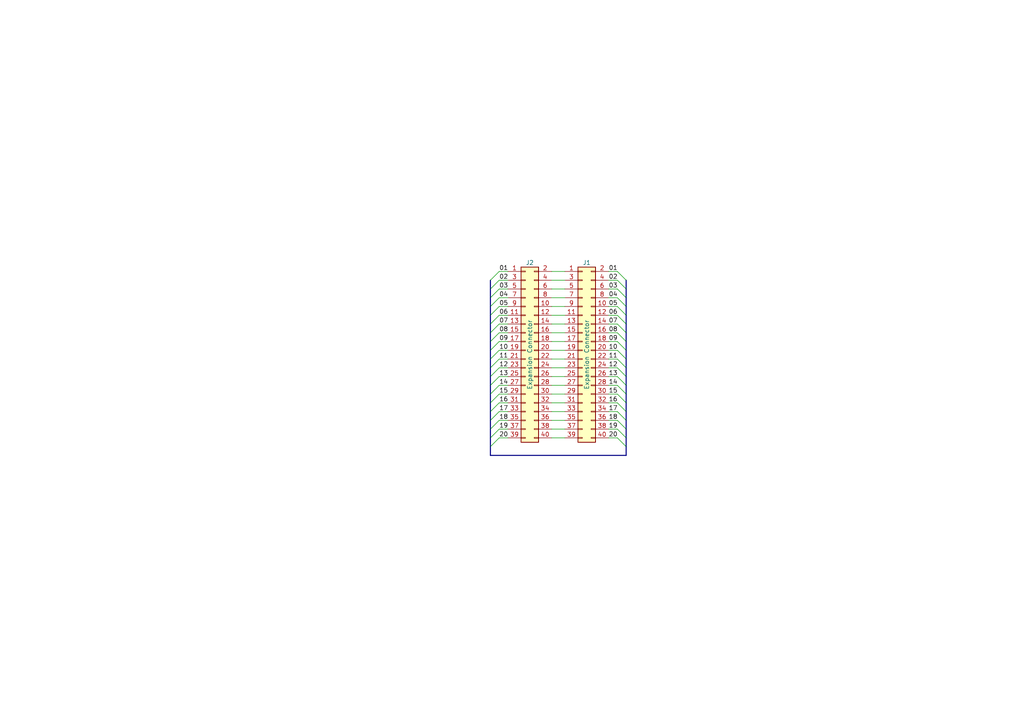
<source format=kicad_sch>
(kicad_sch (version 20230121) (generator eeschema)
  (paper "A4")
  (title_block (title "Dashboard Connector") (date "2024-04-12") (rev "${REVISION}") (company "Author: I. Kajdan") (comment 1 "Reviewer:"))
  (lib_symbols
    (symbol "Connector_Generic:Conn_02x20_Odd_Even" (pin_names (offset 1.016) hide)
      (property "Reference" "J" (at 1.27 25.4 0))
      (property "Value" "Conn_02x20_Odd_Even" (at 1.27 -27.94 0))
      (symbol "Conn_02x20_Odd_Even_1_1"
        (rectangle (start -1.27 -25.273) (end 0 -25.527) (stroke (width 0.1524)))
        (rectangle (start -1.27 -22.733) (end 0 -22.987) (stroke (width 0.1524)))
        (rectangle (start -1.27 -20.193) (end 0 -20.447) (stroke (width 0.1524)))
        (rectangle (start -1.27 -17.653) (end 0 -17.907) (stroke (width 0.1524)))
        (rectangle (start -1.27 -15.113) (end 0 -15.367) (stroke (width 0.1524)))
        (rectangle (start -1.27 -12.573) (end 0 -12.827) (stroke (width 0.1524)))
        (rectangle (start -1.27 -10.033) (end 0 -10.287) (stroke (width 0.1524)))
        (rectangle (start -1.27 -7.493) (end 0 -7.747) (stroke (width 0.1524)))
        (rectangle (start -1.27 -4.953) (end 0 -5.207) (stroke (width 0.1524)))
        (rectangle (start -1.27 -2.413) (end 0 -2.667) (stroke (width 0.1524)))
        (rectangle (start -1.27 0.127) (end 0 -0.127) (stroke (width 0.1524)))
        (rectangle (start -1.27 2.667) (end 0 2.413) (stroke (width 0.1524)))
        (rectangle (start -1.27 5.207) (end 0 4.953) (stroke (width 0.1524)))
        (rectangle (start -1.27 7.747) (end 0 7.493) (stroke (width 0.1524)))
        (rectangle (start -1.27 10.287) (end 0 10.033) (stroke (width 0.1524)))
        (rectangle (start -1.27 12.827) (end 0 12.573) (stroke (width 0.1524)))
        (rectangle (start -1.27 15.367) (end 0 15.113) (stroke (width 0.1524)))
        (rectangle (start -1.27 17.907) (end 0 17.653) (stroke (width 0.1524)))
        (rectangle (start -1.27 20.447) (end 0 20.193) (stroke (width 0.1524)))
        (rectangle (start -1.27 22.987) (end 0 22.733) (stroke (width 0.1524)))
        (rectangle (start -1.27 24.13) (end 3.81 -26.67) (stroke (width 0.254)) (fill (type background)))
        (rectangle (start 3.81 -25.273) (end 2.54 -25.527) (stroke (width 0.1524)))
        (rectangle (start 3.81 -22.733) (end 2.54 -22.987) (stroke (width 0.1524)))
        (rectangle (start 3.81 -20.193) (end 2.54 -20.447) (stroke (width 0.1524)))
        (rectangle (start 3.81 -17.653) (end 2.54 -17.907) (stroke (width 0.1524)))
        (rectangle (start 3.81 -15.113) (end 2.54 -15.367) (stroke (width 0.1524)))
        (rectangle (start 3.81 -12.573) (end 2.54 -12.827) (stroke (width 0.1524)))
        (rectangle (start 3.81 -10.033) (end 2.54 -10.287) (stroke (width 0.1524)))
        (rectangle (start 3.81 -7.493) (end 2.54 -7.747) (stroke (width 0.1524)))
        (rectangle (start 3.81 -4.953) (end 2.54 -5.207) (stroke (width 0.1524)))
        (rectangle (start 3.81 -2.413) (end 2.54 -2.667) (stroke (width 0.1524)))
        (rectangle (start 3.81 0.127) (end 2.54 -0.127) (stroke (width 0.1524)))
        (rectangle (start 3.81 2.667) (end 2.54 2.413) (stroke (width 0.1524)))
        (rectangle (start 3.81 5.207) (end 2.54 4.953) (stroke (width 0.1524)))
        (rectangle (start 3.81 7.747) (end 2.54 7.493) (stroke (width 0.1524)))
        (rectangle (start 3.81 10.287) (end 2.54 10.033) (stroke (width 0.1524)))
        (rectangle (start 3.81 12.827) (end 2.54 12.573) (stroke (width 0.1524)))
        (rectangle (start 3.81 15.367) (end 2.54 15.113) (stroke (width 0.1524)))
        (rectangle (start 3.81 17.907) (end 2.54 17.653) (stroke (width 0.1524)))
        (rectangle (start 3.81 20.447) (end 2.54 20.193) (stroke (width 0.1524)))
        (rectangle (start 3.81 22.987) (end 2.54 22.733) (stroke (width 0.1524)))
        (pin passive line (at -5.08 22.86 0) (length 3.81) (name "Pin_1") (number "1"))
        (pin passive line (at 7.62 12.7 180) (length 3.81) (name "Pin_10") (number "10"))
        (pin passive line (at -5.08 10.16 0) (length 3.81) (name "Pin_11") (number "11"))
        (pin passive line (at 7.62 10.16 180) (length 3.81) (name "Pin_12") (number "12"))
        (pin passive line (at -5.08 7.62 0) (length 3.81) (name "Pin_13") (number "13"))
        (pin passive line (at 7.62 7.62 180) (length 3.81) (name "Pin_14") (number "14"))
        (pin passive line (at -5.08 5.08 0) (length 3.81) (name "Pin_15") (number "15"))
        (pin passive line (at 7.62 5.08 180) (length 3.81) (name "Pin_16") (number "16"))
        (pin passive line (at -5.08 2.54 0) (length 3.81) (name "Pin_17") (number "17"))
        (pin passive line (at 7.62 2.54 180) (length 3.81) (name "Pin_18") (number "18"))
        (pin passive line (at -5.08 0 0) (length 3.81) (name "Pin_19") (number "19"))
        (pin passive line (at 7.62 22.86 180) (length 3.81) (name "Pin_2") (number "2"))
        (pin passive line (at 7.62 0 180) (length 3.81) (name "Pin_20") (number "20"))
        (pin passive line (at -5.08 -2.54 0) (length 3.81) (name "Pin_21") (number "21"))
        (pin passive line (at 7.62 -2.54 180) (length 3.81) (name "Pin_22") (number "22"))
        (pin passive line (at -5.08 -5.08 0) (length 3.81) (name "Pin_23") (number "23"))
        (pin passive line (at 7.62 -5.08 180) (length 3.81) (name "Pin_24") (number "24"))
        (pin passive line (at -5.08 -7.62 0) (length 3.81) (name "Pin_25") (number "25"))
        (pin passive line (at 7.62 -7.62 180) (length 3.81) (name "Pin_26") (number "26"))
        (pin passive line (at -5.08 -10.16 0) (length 3.81) (name "Pin_27") (number "27"))
        (pin passive line (at 7.62 -10.16 180) (length 3.81) (name "Pin_28") (number "28"))
        (pin passive line (at -5.08 -12.7 0) (length 3.81) (name "Pin_29") (number "29"))
        (pin passive line (at -5.08 20.32 0) (length 3.81) (name "Pin_3") (number "3"))
        (pin passive line (at 7.62 -12.7 180) (length 3.81) (name "Pin_30") (number "30"))
        (pin passive line (at -5.08 -15.24 0) (length 3.81) (name "Pin_31") (number "31"))
        (pin passive line (at 7.62 -15.24 180) (length 3.81) (name "Pin_32") (number "32"))
        (pin passive line (at -5.08 -17.78 0) (length 3.81) (name "Pin_33") (number "33"))
        (pin passive line (at 7.62 -17.78 180) (length 3.81) (name "Pin_34") (number "34"))
        (pin passive line (at -5.08 -20.32 0) (length 3.81) (name "Pin_35") (number "35"))
        (pin passive line (at 7.62 -20.32 180) (length 3.81) (name "Pin_36") (number "36"))
        (pin passive line (at -5.08 -22.86 0) (length 3.81) (name "Pin_37") (number "37"))
        (pin passive line (at 7.62 -22.86 180) (length 3.81) (name "Pin_38") (number "38"))
        (pin passive line (at -5.08 -25.4 0) (length 3.81) (name "Pin_39") (number "39"))
        (pin passive line (at 7.62 20.32 180) (length 3.81) (name "Pin_4") (number "4"))
        (pin passive line (at 7.62 -25.4 180) (length 3.81) (name "Pin_40") (number "40"))
        (pin passive line (at -5.08 17.78 0) (length 3.81) (name "Pin_5") (number "5"))
        (pin passive line (at 7.62 17.78 180) (length 3.81) (name "Pin_6") (number "6"))
        (pin passive line (at -5.08 15.24 0) (length 3.81) (name "Pin_7") (number "7"))
        (pin passive line (at 7.62 15.24 180) (length 3.81) (name "Pin_8") (number "8"))
        (pin passive line (at -5.08 12.7 0) (length 3.81) (name "Pin_9") (number "9"))
      )
    )
  )
  (bus_entry (at 142.24 119.38) (size 2.54 -2.54))
  (bus_entry (at 142.24 121.92) (size 2.54 -2.54))
  (bus_entry (at 142.24 114.3) (size 2.54 -2.54))
  (bus_entry (at 142.24 127) (size 2.54 -2.54))
  (bus_entry (at 181.61 127) (size -2.54 -2.54))
  (bus_entry (at 181.61 104.14) (size -2.54 -2.54))
  (bus_entry (at 181.61 116.84) (size -2.54 -2.54))
  (bus_entry (at 142.24 101.6) (size 2.54 -2.54))
  (bus_entry (at 142.24 99.06) (size 2.54 -2.54))
  (bus_entry (at 181.61 81.28) (size -2.54 -2.54))
  (bus_entry (at 142.24 104.14) (size 2.54 -2.54))
  (bus_entry (at 181.61 99.06) (size -2.54 -2.54))
  (bus_entry (at 181.61 88.9) (size -2.54 -2.54))
  (bus_entry (at 181.61 106.68) (size -2.54 -2.54))
  (bus_entry (at 181.61 91.44) (size -2.54 -2.54))
  (bus_entry (at 142.24 129.54) (size 2.54 -2.54))
  (bus_entry (at 142.24 109.22) (size 2.54 -2.54))
  (bus_entry (at 181.61 101.6) (size -2.54 -2.54))
  (bus_entry (at 142.24 106.68) (size 2.54 -2.54))
  (bus_entry (at 181.61 83.82) (size -2.54 -2.54))
  (bus_entry (at 181.61 121.92) (size -2.54 -2.54))
  (bus_entry (at 181.61 114.3) (size -2.54 -2.54))
  (bus_entry (at 142.24 81.28) (size 2.54 -2.54))
  (bus_entry (at 142.24 88.9) (size 2.54 -2.54))
  (bus_entry (at 142.24 86.36) (size 2.54 -2.54))
  (bus_entry (at 181.61 111.76) (size -2.54 -2.54))
  (bus_entry (at 142.24 93.98) (size 2.54 -2.54))
  (bus_entry (at 142.24 111.76) (size 2.54 -2.54))
  (bus_entry (at 181.61 119.38) (size -2.54 -2.54))
  (bus_entry (at 142.24 96.52) (size 2.54 -2.54))
  (bus_entry (at 142.24 116.84) (size 2.54 -2.54))
  (bus_entry (at 142.24 91.44) (size 2.54 -2.54))
  (bus_entry (at 181.61 124.46) (size -2.54 -2.54))
  (bus_entry (at 181.61 86.36) (size -2.54 -2.54))
  (bus_entry (at 181.61 93.98) (size -2.54 -2.54))
  (bus_entry (at 142.24 83.82) (size 2.54 -2.54))
  (bus_entry (at 181.61 96.52) (size -2.54 -2.54))
  (bus_entry (at 181.61 109.22) (size -2.54 -2.54))
  (bus_entry (at 181.61 129.54) (size -2.54 -2.54))
  (bus_entry (at 142.24 124.46) (size 2.54 -2.54))
  (bus (pts (xy 181.61 116.84) (xy 181.61 119.38)))
  (wire (pts (xy 163.83 93.98) (xy 160.02 93.98)))
  (wire (pts (xy 163.83 104.14) (xy 160.02 104.14)))
  (wire (pts (xy 179.07 101.6) (xy 176.53 101.6)))
  (wire (pts (xy 163.83 111.76) (xy 160.02 111.76)))
  (wire (pts (xy 144.78 83.82) (xy 147.32 83.82)))
  (wire (pts (xy 163.83 109.22) (xy 160.02 109.22)))
  (wire (pts (xy 163.83 99.06) (xy 160.02 99.06)))
  (bus (pts (xy 181.61 83.82) (xy 181.61 86.36)))
  (bus (pts (xy 181.61 111.76) (xy 181.61 114.3)))
  (wire (pts (xy 144.78 127) (xy 147.32 127)))
  (bus (pts (xy 181.61 96.52) (xy 181.61 99.06)))
  (bus (pts (xy 142.24 106.68) (xy 142.24 109.22)))
  (bus (pts (xy 142.24 129.54) (xy 142.24 132.08)))
  (bus (pts (xy 142.24 104.14) (xy 142.24 106.68)))
  (bus (pts (xy 181.61 109.22) (xy 181.61 111.76)))
  (bus (pts (xy 142.24 121.92) (xy 142.24 124.46)))
  (bus (pts (xy 142.24 88.9) (xy 142.24 91.44)))
  (bus (pts (xy 181.61 129.54) (xy 181.61 132.08)))
  (wire (pts (xy 144.78 86.36) (xy 147.32 86.36)))
  (bus (pts (xy 142.24 124.46) (xy 142.24 127)))
  (wire (pts (xy 163.83 88.9) (xy 160.02 88.9)))
  (wire (pts (xy 163.83 116.84) (xy 160.02 116.84)))
  (bus (pts (xy 142.24 101.6) (xy 142.24 104.14)))
  (wire (pts (xy 163.83 106.68) (xy 160.02 106.68)))
  (bus (pts (xy 142.24 111.76) (xy 142.24 114.3)))
  (bus (pts (xy 142.24 93.98) (xy 142.24 96.52)))
  (wire (pts (xy 179.07 127) (xy 176.53 127)))
  (wire (pts (xy 179.07 114.3) (xy 176.53 114.3)))
  (bus (pts (xy 142.24 114.3) (xy 142.24 116.84)))
  (bus (pts (xy 181.61 93.98) (xy 181.61 96.52)))
  (bus (pts (xy 142.24 86.36) (xy 142.24 88.9)))
  (wire (pts (xy 163.83 121.92) (xy 160.02 121.92)))
  (bus (pts (xy 142.24 132.08) (xy 181.61 132.08)))
  (wire (pts (xy 163.83 114.3) (xy 160.02 114.3)))
  (wire (pts (xy 179.07 109.22) (xy 176.53 109.22)))
  (wire (pts (xy 179.07 124.46) (xy 176.53 124.46)))
  (wire (pts (xy 144.78 119.38) (xy 147.32 119.38)))
  (bus (pts (xy 181.61 86.36) (xy 181.61 88.9)))
  (wire (pts (xy 144.78 106.68) (xy 147.32 106.68)))
  (wire (pts (xy 179.07 93.98) (xy 176.53 93.98)))
  (wire (pts (xy 179.07 119.38) (xy 176.53 119.38)))
  (wire (pts (xy 179.07 121.92) (xy 176.53 121.92)))
  (bus (pts (xy 181.61 121.92) (xy 181.61 124.46)))
  (wire (pts (xy 144.78 93.98) (xy 147.32 93.98)))
  (bus (pts (xy 142.24 99.06) (xy 142.24 101.6)))
  (wire (pts (xy 144.78 104.14) (xy 147.32 104.14)))
  (wire (pts (xy 163.83 83.82) (xy 160.02 83.82)))
  (wire (pts (xy 144.78 124.46) (xy 147.32 124.46)))
  (wire (pts (xy 163.83 101.6) (xy 160.02 101.6)))
  (bus (pts (xy 181.61 124.46) (xy 181.61 127)))
  (wire (pts (xy 163.83 96.52) (xy 160.02 96.52)))
  (bus (pts (xy 181.61 127) (xy 181.61 129.54)))
  (bus (pts (xy 142.24 81.28) (xy 142.24 83.82)))
  (wire (pts (xy 144.78 78.74) (xy 147.32 78.74)))
  (bus (pts (xy 142.24 83.82) (xy 142.24 86.36)))
  (bus (pts (xy 142.24 91.44) (xy 142.24 93.98)))
  (wire (pts (xy 144.78 91.44) (xy 147.32 91.44)))
  (bus (pts (xy 142.24 119.38) (xy 142.24 121.92)))
  (wire (pts (xy 144.78 88.9) (xy 147.32 88.9)))
  (wire (pts (xy 144.78 81.28) (xy 147.32 81.28)))
  (bus (pts (xy 181.61 119.38) (xy 181.61 121.92)))
  (bus (pts (xy 181.61 81.28) (xy 181.61 83.82)))
  (wire (pts (xy 144.78 101.6) (xy 147.32 101.6)))
  (wire (pts (xy 179.07 78.74) (xy 176.53 78.74)))
  (bus (pts (xy 181.61 106.68) (xy 181.61 109.22)))
  (wire (pts (xy 163.83 124.46) (xy 160.02 124.46)))
  (wire (pts (xy 144.78 96.52) (xy 147.32 96.52)))
  (wire (pts (xy 176.53 81.28) (xy 179.07 81.28)))
  (bus (pts (xy 181.61 101.6) (xy 181.61 104.14)))
  (wire (pts (xy 144.78 121.92) (xy 147.32 121.92)))
  (wire (pts (xy 179.07 99.06) (xy 176.53 99.06)))
  (bus (pts (xy 181.61 91.44) (xy 181.61 93.98)))
  (wire (pts (xy 163.83 127) (xy 160.02 127)))
  (wire (pts (xy 144.78 99.06) (xy 147.32 99.06)))
  (bus (pts (xy 181.61 114.3) (xy 181.61 116.84)))
  (wire (pts (xy 179.07 83.82) (xy 176.53 83.82)))
  (wire (pts (xy 179.07 104.14) (xy 176.53 104.14)))
  (wire (pts (xy 144.78 111.76) (xy 147.32 111.76)))
  (wire (pts (xy 179.07 116.84) (xy 176.53 116.84)))
  (wire (pts (xy 163.83 91.44) (xy 160.02 91.44)))
  (wire (pts (xy 179.07 86.36) (xy 176.53 86.36)))
  (wire (pts (xy 179.07 91.44) (xy 176.53 91.44)))
  (bus (pts (xy 142.24 116.84) (xy 142.24 119.38)))
  (wire (pts (xy 163.83 119.38) (xy 160.02 119.38)))
  (wire (pts (xy 179.07 96.52) (xy 176.53 96.52)))
  (wire (pts (xy 163.83 78.74) (xy 160.02 78.74)))
  (bus (pts (xy 142.24 96.52) (xy 142.24 99.06)))
  (bus (pts (xy 181.61 104.14) (xy 181.61 106.68)))
  (wire (pts (xy 144.78 116.84) (xy 147.32 116.84)))
  (wire (pts (xy 144.78 109.22) (xy 147.32 109.22)))
  (bus (pts (xy 181.61 99.06) (xy 181.61 101.6)))
  (bus (pts (xy 142.24 127) (xy 142.24 129.54)))
  (wire (pts (xy 163.83 86.36) (xy 160.02 86.36)))
  (bus (pts (xy 142.24 109.22) (xy 142.24 111.76)))
  (wire (pts (xy 179.07 106.68) (xy 176.53 106.68)))
  (wire (pts (xy 179.07 111.76) (xy 176.53 111.76)))
  (wire (pts (xy 144.78 114.3) (xy 147.32 114.3)))
  (bus (pts (xy 181.61 88.9) (xy 181.61 91.44)))
  (wire (pts (xy 163.83 81.28) (xy 160.02 81.28)))
  (wire (pts (xy 179.07 88.9) (xy 176.53 88.9)))
  (label "04" (at 144.78 86.36 0))
  (label "15" (at 144.78 114.3 0))
  (label "08" (at 176.53 96.52 0))
  (label "19" (at 176.53 124.46 0))
  (label "03" (at 176.53 83.82 0))
  (label "11" (at 176.53 104.14 0))
  (label "06" (at 144.78 91.44 0))
  (label "13" (at 176.53 109.22 0))
  (label "17" (at 176.53 119.38 0))
  (label "20" (at 176.53 127 0))
  (label "11" (at 144.78 104.14 0))
  (label "13" (at 144.78 109.22 0))
  (label "02" (at 144.78 81.28 0))
  (label "16" (at 144.78 116.84 0))
  (label "06" (at 176.53 91.44 0))
  (label "14" (at 176.53 111.76 0))
  (label "09" (at 144.78 99.06 0))
  (label "15" (at 176.53 114.3 0))
  (label "18" (at 144.78 121.92 0))
  (label "08" (at 144.78 96.52 0))
  (label "20" (at 144.78 127 0))
  (label "12" (at 144.78 106.68 0))
  (label "14" (at 144.78 111.76 0))
  (label "05" (at 144.78 88.9 0))
  (label "16" (at 176.53 116.84 0))
  (label "04" (at 176.53 86.36 0))
  (label "09" (at 176.53 99.06 0))
  (label "10" (at 176.53 101.6 0))
  (label "12" (at 176.53 106.68 0))
  (label "02" (at 176.53 81.28 0))
  (label "05" (at 176.53 88.9 0))
  (label "19" (at 144.78 124.46 0))
  (label "03" (at 144.78 83.82 0))
  (label "01" (at 176.53 78.74 0))
  (label "07" (at 176.53 93.98 0))
  (label "10" (at 144.78 101.6 0))
  (label "17" (at 144.78 119.38 0))
  (label "07" (at 144.78 93.98 0))
  (label "18" (at 176.53 121.92 0))
  (label "01" (at 144.78 78.74 0))
  (symbol (lib_id "Connector_Generic:Conn_02x20_Odd_Even") (at 168.91 101.6 0) (unit 1)
    (property "Reference" "J1" (at 170.18 76.2 0))
    (property "Value" "Expansion Connector" (at 170.18 102.87 90))
    (property "Footprint" "Local_Library:PinHeader_2x20_P1.27mm_Vertical_SMD" (effects hide))
    (property "Datasheet" "https://download.riverdi.com/RVT50HQSFWN00/DS_RVT50HQSFWN00_Rev.1.0.pdf" (effects hide))
  )
  (symbol (lib_id "Connector_Generic:Conn_02x20_Odd_Even") (at 152.4 101.6 0) (unit 1)
    (property "Reference" "J2" (at 153.67 76.2 0))
    (property "Value" "Expansion Connector" (at 153.67 102.87 90))
    (property "Footprint" "Local_Library:PinHeader_2x20_P1.27mm_Vertical_SMD" (effects hide))
    (property "Datasheet" "https://download.riverdi.com/RVT50HQSFWN00/DS_RVT50HQSFWN00_Rev.1.0.pdf" (effects hide))
  )
)
</source>
